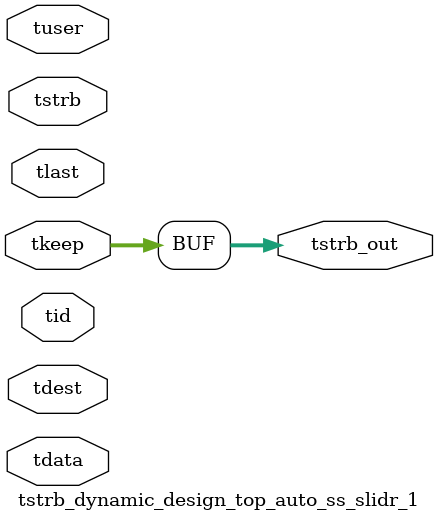
<source format=v>


`timescale 1ps/1ps

module tstrb_dynamic_design_top_auto_ss_slidr_1 #
(
parameter C_S_AXIS_TDATA_WIDTH = 32,
parameter C_S_AXIS_TUSER_WIDTH = 0,
parameter C_S_AXIS_TID_WIDTH   = 0,
parameter C_S_AXIS_TDEST_WIDTH = 0,
parameter C_M_AXIS_TDATA_WIDTH = 32
)
(
input  [(C_S_AXIS_TDATA_WIDTH == 0 ? 1 : C_S_AXIS_TDATA_WIDTH)-1:0     ] tdata,
input  [(C_S_AXIS_TUSER_WIDTH == 0 ? 1 : C_S_AXIS_TUSER_WIDTH)-1:0     ] tuser,
input  [(C_S_AXIS_TID_WIDTH   == 0 ? 1 : C_S_AXIS_TID_WIDTH)-1:0       ] tid,
input  [(C_S_AXIS_TDEST_WIDTH == 0 ? 1 : C_S_AXIS_TDEST_WIDTH)-1:0     ] tdest,
input  [(C_S_AXIS_TDATA_WIDTH/8)-1:0 ] tkeep,
input  [(C_S_AXIS_TDATA_WIDTH/8)-1:0 ] tstrb,
input                                                                    tlast,
output [(C_M_AXIS_TDATA_WIDTH/8)-1:0 ] tstrb_out
);

assign tstrb_out = {tkeep[63:0]};

endmodule


</source>
